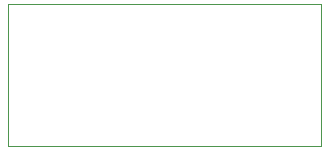
<source format=gbr>
%TF.GenerationSoftware,KiCad,Pcbnew,6.99.0-unknown-5c4f49351d~148~ubuntu20.04.1*%
%TF.CreationDate,2022-05-13T09:59:28+08:00*%
%TF.ProjectId,hydrophone,68796472-6f70-4686-9f6e-652e6b696361,rev?*%
%TF.SameCoordinates,Original*%
%TF.FileFunction,Profile,NP*%
%FSLAX46Y46*%
G04 Gerber Fmt 4.6, Leading zero omitted, Abs format (unit mm)*
G04 Created by KiCad (PCBNEW 6.99.0-unknown-5c4f49351d~148~ubuntu20.04.1) date 2022-05-13 09:59:28*
%MOMM*%
%LPD*%
G01*
G04 APERTURE LIST*
%TA.AperFunction,Profile*%
%ADD10C,0.100000*%
%TD*%
G04 APERTURE END LIST*
D10*
X121500000Y-51500000D02*
X148000000Y-51500000D01*
X148000000Y-51500000D02*
X148000000Y-63500000D01*
X148000000Y-63500000D02*
X121500000Y-63500000D01*
X121500000Y-63500000D02*
X121500000Y-51500000D01*
M02*

</source>
